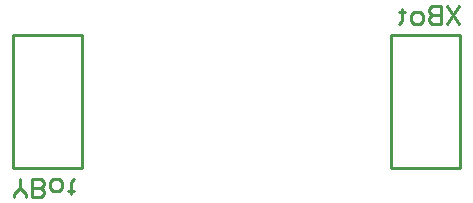
<source format=gbo>
G04 Layer_Color=32896*
%FSAX24Y24*%
%MOIN*%
G70*
G01*
G75*
%ADD16C,0.0100*%
D16*
X022238Y023470D02*
Y027915D01*
Y023470D02*
X024548D01*
Y027915D01*
X022238D02*
X024548D01*
X037147Y023470D02*
Y027915D01*
X034837D02*
X037147D01*
X034837Y023470D02*
Y027915D01*
Y023470D02*
X037147D01*
X022288Y022518D02*
Y022618D01*
X022488Y022818D01*
X022688Y022618D01*
Y022518D01*
X022488Y022818D02*
Y023118D01*
X022888Y022518D02*
Y023118D01*
X023188D01*
X023288Y023018D01*
Y022918D01*
X023188Y022818D01*
X022888D01*
X023188D01*
X023288Y022718D01*
Y022618D01*
X023188Y022518D01*
X022888D01*
X023588Y023118D02*
X023788D01*
X023888Y023018D01*
Y022818D01*
X023788Y022718D01*
X023588D01*
X023488Y022818D01*
Y023018D01*
X023588Y023118D01*
X024188Y022618D02*
Y022718D01*
X024088D01*
X024288D01*
X024188D01*
Y023018D01*
X024288Y023118D01*
X037097Y028867D02*
X036697Y028268D01*
Y028867D02*
X037097Y028268D01*
X036497Y028867D02*
Y028268D01*
X036197D01*
X036097Y028367D01*
Y028467D01*
X036197Y028567D01*
X036497D01*
X036197D01*
X036097Y028667D01*
Y028767D01*
X036197Y028867D01*
X036497D01*
X035797Y028268D02*
X035597D01*
X035497Y028367D01*
Y028567D01*
X035597Y028667D01*
X035797D01*
X035897Y028567D01*
Y028367D01*
X035797Y028268D01*
X035197Y028767D02*
Y028667D01*
X035297D01*
X035097D01*
X035197D01*
Y028367D01*
X035097Y028268D01*
M02*

</source>
